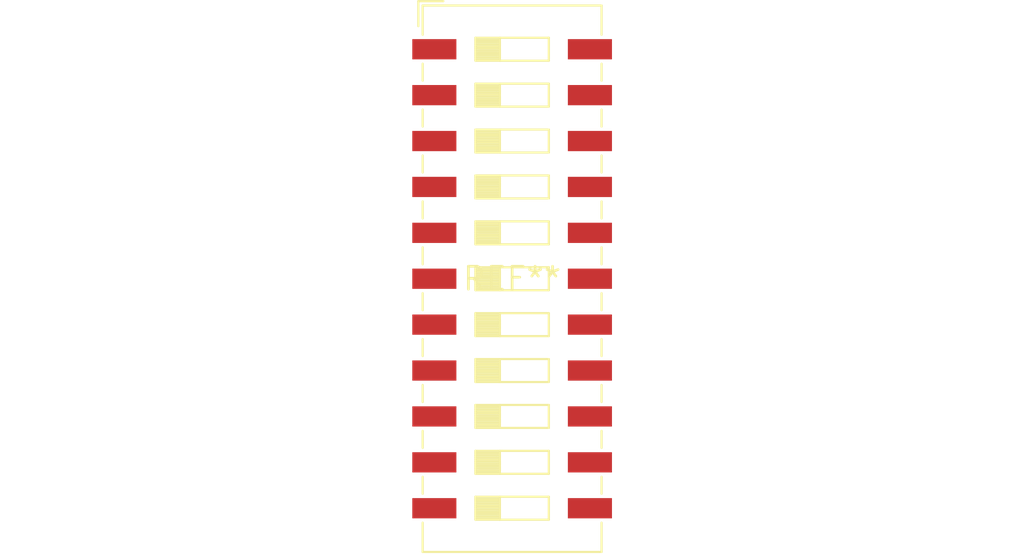
<source format=kicad_pcb>
(kicad_pcb (version 20240108) (generator pcbnew)
  (layers (0 "F.Cu" signal) (31 "B.Cu" signal) (34 "B.Paste" user) (35 "F.Paste" user) (36 "B.SilkS" user "B.Silkscreen") (37 "F.SilkS" user "F.Silkscreen") (38 "B.Mask" user) (39 "F.Mask" user) (44 "Edge.Cuts" user))
  (net 0 "")
  (footprint "SW_DIP_SPSTx11_Slide_9.78x30.12mm_W8.61mm_P2.54mm" (layer "F.Cu") (at 0 0)
    (property "Reference" "REF**")
    (property "Value" "SW_DIP_SPSTx11_Slide_9.78x30.12mm_W8.61mm_P2.54mm")
    (fp_line (start -5.19 -15.36) (end -5.19 -13.977) (layer "F.SilkS") (stroke (width 0.12)))
    (fp_line (start -5.19 -15.36) (end -3.806 -15.36) (layer "F.SilkS") (stroke (width 0.12)))
    (fp_line (start -4.95 -15.12) (end -4.95 -13.5) (layer "F.SilkS") (stroke (width 0.12)))
    (fp_line (start -4.95 -15.12) (end 4.95 -15.12) (layer "F.SilkS") (stroke (width 0.12)))
    (fp_line (start -4.95 -11.9) (end -4.95 -10.96) (layer "F.SilkS") (stroke (width 0.12)))
    (fp_line (start -4.95 -9.36) (end -4.95 -8.42) (layer "F.SilkS") (stroke (width 0.12)))
    (fp_line (start -4.95 -6.82) (end -4.95 -5.88) (layer "F.SilkS") (stroke (width 0.12)))
    (fp_line (start -4.95 -4.28) (end -4.95 -3.34) (layer "F.SilkS") (stroke (width 0.12)))
    (fp_line (start -4.95 -1.74) (end -4.95 -0.8) (layer "F.SilkS") (stroke (width 0.12)))
    (fp_line (start -4.95 0.8) (end -4.95 1.74) (layer "F.SilkS") (stroke (width 0.12)))
    (fp_line (start -4.95 3.34) (end -4.95 4.28) (layer "F.SilkS") (stroke (width 0.12)))
    (fp_line (start -4.95 5.88) (end -4.95 6.82) (layer "F.SilkS") (stroke (width 0.12)))
    (fp_line (start -4.95 8.42) (end -4.95 9.36) (layer "F.SilkS") (stroke (width 0.12)))
    (fp_line (start -4.95 10.96) (end -4.95 11.9) (layer "F.SilkS") (stroke (width 0.12)))
    (fp_line (start -4.95 13.5) (end -4.95 15.12) (layer "F.SilkS") (stroke (width 0.12)))
    (fp_line (start -4.95 15.12) (end 4.95 15.12) (layer "F.SilkS") (stroke (width 0.12)))
    (fp_line (start -2.03 -13.335) (end -2.03 -12.065) (layer "F.SilkS") (stroke (width 0.12)))
    (fp_line (start -2.03 -13.215) (end -0.676667 -13.215) (layer "F.SilkS") (stroke (width 0.12)))
    (fp_line (start -2.03 -13.095) (end -0.676667 -13.095) (layer "F.SilkS") (stroke (width 0.12)))
    (fp_line (start -2.03 -12.975) (end -0.676667 -12.975) (layer "F.SilkS") (stroke (width 0.12)))
    (fp_line (start -2.03 -12.855) (end -0.676667 -12.855) (layer "F.SilkS") (stroke (width 0.12)))
    (fp_line (start -2.03 -12.735) (end -0.676667 -12.735) (layer "F.SilkS") (stroke (width 0.12)))
    (fp_line (start -2.03 -12.615) (end -0.676667 -12.615) (layer "F.SilkS") (stroke (width 0.12)))
    (fp_line (start -2.03 -12.495) (end -0.676667 -12.495) (layer "F.SilkS") (stroke (width 0.12)))
    (fp_line (start -2.03 -12.375) (end -0.676667 -12.375) (layer "F.SilkS") (stroke (width 0.12)))
    (fp_line (start -2.03 -12.255) (end -0.676667 -12.255) (layer "F.SilkS") (stroke (width 0.12)))
    (fp_line (start -2.03 -12.135) (end -0.676667 -12.135) (layer "F.SilkS") (stroke (width 0.12)))
    (fp_line (start -2.03 -12.065) (end 2.03 -12.065) (layer "F.SilkS") (stroke (width 0.12)))
    (fp_line (start -2.03 -10.795) (end -2.03 -9.525) (layer "F.SilkS") (stroke (width 0.12)))
    (fp_line (start -2.03 -10.675) (end -0.676667 -10.675) (layer "F.SilkS") (stroke (width 0.12)))
    (fp_line (start -2.03 -10.555) (end -0.676667 -10.555) (layer "F.SilkS") (stroke (width 0.12)))
    (fp_line (start -2.03 -10.435) (end -0.676667 -10.435) (layer "F.SilkS") (stroke (width 0.12)))
    (fp_line (start -2.03 -10.315) (end -0.676667 -10.315) (layer "F.SilkS") (stroke (width 0.12)))
    (fp_line (start -2.03 -10.195) (end -0.676667 -10.195) (layer "F.SilkS") (stroke (width 0.12)))
    (fp_line (start -2.03 -10.075) (end -0.676667 -10.075) (layer "F.SilkS") (stroke (width 0.12)))
    (fp_line (start -2.03 -9.955) (end -0.676667 -9.955) (layer "F.SilkS") (stroke (width 0.12)))
    (fp_line (start -2.03 -9.835) (end -0.676667 -9.835) (layer "F.SilkS") (stroke (width 0.12)))
    (fp_line (start -2.03 -9.715) (end -0.676667 -9.715) (layer "F.SilkS") (stroke (width 0.12)))
    (fp_line (start -2.03 -9.595) (end -0.676667 -9.595) (layer "F.SilkS") (stroke (width 0.12)))
    (fp_line (start -2.03 -9.525) (end 2.03 -9.525) (layer "F.SilkS") (stroke (width 0.12)))
    (fp_line (start -2.03 -8.255) (end -2.03 -6.985) (layer "F.SilkS") (stroke (width 0.12)))
    (fp_line (start -2.03 -8.135) (end -0.676667 -8.135) (layer "F.SilkS") (stroke (width 0.12)))
    (fp_line (start -2.03 -8.015) (end -0.676667 -8.015) (layer "F.SilkS") (stroke (width 0.12)))
    (fp_line (start -2.03 -7.895) (end -0.676667 -7.895) (layer "F.SilkS") (stroke (width 0.12)))
    (fp_line (start -2.03 -7.775) (end -0.676667 -7.775) (layer "F.SilkS") (stroke (width 0.12)))
    (fp_line (start -2.03 -7.655) (end -0.676667 -7.655) (layer "F.SilkS") (stroke (width 0.12)))
    (fp_line (start -2.03 -7.535) (end -0.676667 -7.535) (layer "F.SilkS") (stroke (width 0.12)))
    (fp_line (start -2.03 -7.415) (end -0.676667 -7.415) (layer "F.SilkS") (stroke (width 0.12)))
    (fp_line (start -2.03 -7.295) (end -0.676667 -7.295) (layer "F.SilkS") (stroke (width 0.12)))
    (fp_line (start -2.03 -7.175) (end -0.676667 -7.175) (layer "F.SilkS") (stroke (width 0.12)))
    (fp_line (start -2.03 -7.055) (end -0.676667 -7.055) (layer "F.SilkS") (stroke (width 0.12)))
    (fp_line (start -2.03 -6.985) (end 2.03 -6.985) (layer "F.SilkS") (stroke (width 0.12)))
    (fp_line (start -2.03 -5.715) (end -2.03 -4.445) (layer "F.SilkS") (stroke (width 0.12)))
    (fp_line (start -2.03 -5.595) (end -0.676667 -5.595) (layer "F.SilkS") (stroke (width 0.12)))
    (fp_line (start -2.03 -5.475) (end -0.676667 -5.475) (layer "F.SilkS") (stroke (width 0.12)))
    (fp_line (start -2.03 -5.355) (end -0.676667 -5.355) (layer "F.SilkS") (stroke (width 0.12)))
    (fp_line (start -2.03 -5.235) (end -0.676667 -5.235) (layer "F.SilkS") (stroke (width 0.12)))
    (fp_line (start -2.03 -5.115) (end -0.676667 -5.115) (layer "F.SilkS") (stroke (width 0.12)))
    (fp_line (start -2.03 -4.995) (end -0.676667 -4.995) (layer "F.SilkS") (stroke (width 0.12)))
    (fp_line (start -2.03 -4.875) (end -0.676667 -4.875) (layer "F.SilkS") (stroke (width 0.12)))
    (fp_line (start -2.03 -4.755) (end -0.676667 -4.755) (layer "F.SilkS") (stroke (width 0.12)))
    (fp_line (start -2.03 -4.635) (end -0.676667 -4.635) (layer "F.SilkS") (stroke (width 0.12)))
    (fp_line (start -2.03 -4.515) (end -0.676667 -4.515) (layer "F.SilkS") (stroke (width 0.12)))
    (fp_line (start -2.03 -4.445) (end 2.03 -4.445) (layer "F.SilkS") (stroke (width 0.12)))
    (fp_line (start -2.03 -3.175) (end -2.03 -1.905) (layer "F.SilkS") (stroke (width 0.12)))
    (fp_line (start -2.03 -3.055) (end -0.676667 -3.055) (layer "F.SilkS") (stroke (width 0.12)))
    (fp_line (start -2.03 -2.935) (end -0.676667 -2.935) (layer "F.SilkS") (stroke (width 0.12)))
    (fp_line (start -2.03 -2.815) (end -0.676667 -2.815) (layer "F.SilkS") (stroke (width 0.12)))
    (fp_line (start -2.03 -2.695) (end -0.676667 -2.695) (layer "F.SilkS") (stroke (width 0.12)))
    (fp_line (start -2.03 -2.575) (end -0.676667 -2.575) (layer "F.SilkS") (stroke (width 0.12)))
    (fp_line (start -2.03 -2.455) (end -0.676667 -2.455) (layer "F.SilkS") (stroke (width 0.12)))
    (fp_line (start -2.03 -2.335) (end -0.676667 -2.335) (layer "F.SilkS") (stroke (width 0.12)))
    (fp_line (start -2.03 -2.215) (end -0.676667 -2.215) (layer "F.SilkS") (stroke (width 0.12)))
    (fp_line (start -2.03 -2.095) (end -0.676667 -2.095) (layer "F.SilkS") (stroke (width 0.12)))
    (fp_line (start -2.03 -1.975) (end -0.676667 -1.975) (layer "F.SilkS") (stroke (width 0.12)))
    (fp_line (start -2.03 -1.905) (end 2.03 -1.905) (layer "F.SilkS") (stroke (width 0.12)))
    (fp_line (start -2.03 -0.635) (end -2.03 0.635) (layer "F.SilkS") (stroke (width 0.12)))
    (fp_line (start -2.03 -0.515) (end -0.676667 -0.515) (layer "F.SilkS") (stroke (width 0.12)))
    (fp_line (start -2.03 -0.395) (end -0.676667 -0.395) (layer "F.SilkS") (stroke (width 0.12)))
    (fp_line (start -2.03 -0.275) (end -0.676667 -0.275) (layer "F.SilkS") (stroke (width 0.12)))
    (fp_line (start -2.03 -0.155) (end -0.676667 -0.155) (layer "F.SilkS") (stroke (width 0.12)))
    (fp_line (start -2.03 -0.035) (end -0.676667 -0.035) (layer "F.SilkS") (stroke (width 0.12)))
    (fp_line (start -2.03 0.085) (end -0.676667 0.085) (layer "F.SilkS") (stroke (width 0.12)))
    (fp_line (start -2.03 0.205) (end -0.676667 0.205) (layer "F.SilkS") (stroke (width 0.12)))
    (fp_line (start -2.03 0.325) (end -0.676667 0.325) (layer "F.SilkS") (stroke (width 0.12)))
    (fp_line (start -2.03 0.445) (end -0.676667 0.445) (layer "F.SilkS") (stroke (width 0.12)))
    (fp_line (start -2.03 0.565) (end -0.676667 0.565) (layer "F.SilkS") (stroke (width 0.12)))
    (fp_line (start -2.03 0.635) (end 2.03 0.635) (layer "F.SilkS") (stroke (width 0.12)))
    (fp_line (start -2.03 1.905) (end -2.03 3.175) (layer "F.SilkS") (stroke (width 0.12)))
    (fp_line (start -2.03 2.025) (end -0.676667 2.025) (layer "F.SilkS") (stroke (width 0.12)))
    (fp_line (start -2.03 2.145) (end -0.676667 2.145) (layer "F.SilkS") (stroke (width 0.12)))
    (fp_line (start -2.03 2.265) (end -0.676667 2.265) (layer "F.SilkS") (stroke (width 0.12)))
    (fp_line (start -2.03 2.385) (end -0.676667 2.385) (layer "F.SilkS") (stroke (width 0.12)))
    (fp_line (start -2.03 2.505) (end -0.676667 2.505) (layer "F.SilkS") (stroke (width 0.12)))
    (fp_line (start -2.03 2.625) (end -0.676667 2.625) (layer "F.SilkS") (stroke (width 0.12)))
    (fp_line (start -2.03 2.745) (end -0.676667 2.745) (layer "F.SilkS") (stroke (width 0.12)))
    (fp_line (start -2.03 2.865) (end -0.676667 2.865) (layer "F.SilkS") (stroke (width 0.12)))
    (fp_line (start -2.03 2.985) (end -0.676667 2.985) (layer "F.SilkS") (stroke (width 0.12)))
    (fp_line (start -2.03 3.105) (end -0.676667 3.105) (layer "F.SilkS") (stroke (width 0.12)))
    (fp_line (start -2.03 3.175) (end 2.03 3.175) (layer "F.SilkS") (stroke (width 0.12)))
    (fp_line (start -2.03 4.445) (end -2.03 5.715) (layer "F.SilkS") (stroke (width 0.12)))
    (fp_line (start -2.03 4.565) (end -0.676667 4.565) (layer "F.SilkS") (stroke (width 0.12)))
    (fp_line (start -2.03 4.685) (end -0.676667 4.685) (layer "F.SilkS") (stroke (width 0.12)))
    (fp_line (start -2.03 4.805) (end -0.676667 4.805) (layer "F.SilkS") (stroke (width 0.12)))
    (fp_line (start -2.03 4.925) (end -0.676667 4.925) (layer "F.SilkS") (stroke (width 0.12)))
    (fp_line (start -2.03 5.045) (end -0.676667 5.045) (layer "F.SilkS") (stroke (width 0.12)))
    (fp_line (start -2.03 5.165) (end -0.676667 5.165) (layer "F.SilkS") (stroke (width 0.12)))
    (fp_line (start -2.03 5.285) (end -0.676667 5.285) (layer "F.SilkS") (stroke (width 0.12)))
    (fp_line (start -2.03 5.405) (end -0.676667 5.405) (layer "F.SilkS") (stroke (width 0.12)))
    (fp_line (start -2.03 5.525) (end -0.676667 5.525) (layer "F.SilkS") (stroke (width 0.12)))
    (fp_line (start -2.03 5.645) (end -0.676667 5.645) (layer "F.SilkS") (stroke (width 0.12)))
    (fp_line (start -2.03 5.715) (end 2.03 5.715) (layer "F.SilkS") (stroke (width 0.12)))
    (fp_line (start -2.03 6.985) (end -2.03 8.255) (layer "F.SilkS") (stroke (width 0.12)))
    (fp_line (start -2.03 7.105) (end -0.676667 7.105) (layer "F.SilkS") (stroke (width 0.12)))
    (fp_line (start -2.03 7.225) (end -0.676667 7.225) (layer "F.SilkS") (stroke (width 0.12)))
    (fp_line (start -2.03 7.345) (end -0.676667 7.345) (layer "F.SilkS") (stroke (width 0.12)))
    (fp_line (start -2.03 7.465) (end -0.676667 7.465) (layer "F.SilkS") (stroke (width 0.12)))
    (fp_line (start -2.03 7.585) (end -0.676667 7.585) (layer "F.SilkS") (stroke (width 0.12)))
    (fp_line (start -2.03 7.705) (end -0.676667 7.705) (layer "F.SilkS") (stroke (width 0.12)))
    (fp_line (start -2.03 7.825) (end -0.676667 7.825) (layer "F.SilkS") (stroke (width 0.12)))
    (fp_line (start -2.03 7.945) (end -0.676667 7.945) (layer "F.SilkS") (stroke (width 0.12)))
    (fp_line (start -2.03 8.065) (end -0.676667 8.065) (layer "F.SilkS") (stroke (width 0.12)))
    (fp_line (start -2.03 8.185) (end -0.676667 8.185) (layer "F.SilkS") (stroke (width 0.12)))
    (fp_line (start -2.03 8.255) (end 2.03 8.255) (layer "F.SilkS") (stroke (width 0.12)))
    (fp_line (start -2.03 9.525) (end -2.03 10.795) (layer "F.SilkS") (stroke (width 0.12)))
    (fp_line (start -2.03 9.645) (end -0.676667 9.645) (layer "F.SilkS") (stroke (width 0.12)))
    (fp_line (start -2.03 9.765) (end -0.676667 9.765) (layer "F.SilkS") (stroke (width 0.12)))
    (fp_line (start -2.03 9.885) (end -0.676667 9.885) (layer "F.SilkS") (stroke (width 0.12)))
    (fp_line (start -2.03 10.005) (end -0.676667 10.005) (layer "F.SilkS") (stroke (width 0.12)))
    (fp_line (start -2.03 10.125) (end -0.676667 10.125) (layer "F.SilkS") (stroke (width 0.12)))
    (fp_line (start -2.03 10.245) (end -0.676667 10.245) (layer "F.SilkS") (stroke (width 0.12)))
    (fp_line (start -2.03 10.365) (end -0.676667 10.365) (layer "F.SilkS") (stroke (width 0.12)))
    (fp_line (start -2.03 10.485) (end -0.676667 10.485) (layer "F.SilkS") (stroke (width 0.12)))
    (fp_line (start -2.03 10.605) (end -0.676667 10.605) (layer "F.SilkS") (stroke (width 0.12)))
    (fp_line (start -2.03 10.725) (end -0.676667 10.725) (layer "F.SilkS") (stroke (width 0.12)))
    (fp_line (start -2.03 10.795) (end 2.03 10.795) (layer "F.SilkS") (stroke (width 0.12)))
    (fp_line (start -2.03 12.065) (end -2.03 13.335) (layer "F.SilkS") (stroke (width 0.12)))
    (fp_line (start -2.03 12.185) (end -0.676667 12.185) (layer "F.SilkS") (stroke (width 0.12)))
    (fp_line (start -2.03 12.305) (end -0.676667 12.305) (layer "F.SilkS") (stroke (width 0.12)))
    (fp_line (start -2.03 12.425) (end -0.676667 12.425) (layer "F.SilkS") (stroke (width 0.12)))
    (fp_line (start -2.03 12.545) (end -0.676667 12.545) (layer "F.SilkS") (stroke (width 0.12)))
    (fp_line (start -2.03 12.665) (end -0.676667 12.665) (layer "F.SilkS") (stroke (width 0.12)))
    (fp_line (start -2.03 12.785) (end -0.676667 12.785) (layer "F.SilkS") (stroke (width 0.12)))
    (fp_line (start -2.03 12.905) (end -0.676667 12.905) (layer "F.SilkS") (stroke (width 0.12)))
    (fp_line (start -2.03 13.025) (end -0.676667 13.025) (layer "F.SilkS") (stroke (width 0.12)))
    (fp_line (start -2.03 13.145) (end -0.676667 13.145) (layer "F.SilkS") (stroke (width 0.12)))
    (fp_line (start -2.03 13.265) (end -0.676667 13.265) (layer "F.SilkS") (stroke (width 0.12)))
    (fp_line (start -2.03 13.335) (end 2.03 13.335) (layer "F.SilkS") (stroke (width 0.12)))
    (fp_line (start -0.676667 -13.335) (end -0.676667 -12.065) (layer "F.SilkS") (stroke (width 0.12)))
    (fp_line (start -0.676667 -10.795) (end -0.676667 -9.525) (layer "F.SilkS") (stroke (width 0.12)))
    (fp_line (start -0.676667 -8.255) (end -0.676667 -6.985) (layer "F.SilkS") (stroke (width 0.12)))
    (fp_line (start -0.676667 -5.715) (end -0.676667 -4.445) (layer "F.SilkS") (stroke (width 0.12)))
    (fp_line (start -0.676667 -3.175) (end -0.676667 -1.905) (layer "F.SilkS") (stroke (width 0.12)))
    (fp_line (start -0.676667 -0.635) (end -0.676667 0.635) (layer "F.SilkS") (stroke (width 0.12)))
    (fp_line (start -0.676667 1.905) (end -0.676667 3.175) (layer "F.SilkS") (stroke (width 0.12)))
    (fp_line (start -0.676667 4.445) (end -0.676667 5.715) (layer "F.SilkS") (stroke (width 0.12)))
    (fp_line (start -0.676667 6.985) (end -0.676667 8.255) (layer "F.SilkS") (stroke (width 0.12)))
    (fp_line (start -0.676667 9.525) (end -0.676667 10.795) (layer "F.SilkS") (stroke (width 0.12)))
    (fp_line (start -0.676667 12.065) (end -0.676667 13.335) (layer "F.SilkS") (stroke (width 0.12)))
    (fp_line (start 2.03 -13.335) (end -2.03 -13.335) (layer "F.SilkS") (stroke (width 0.12)))
    (fp_line (start 2.03 -12.065) (end 2.03 -13.335) (layer "F.SilkS") (stroke (width 0.12)))
    (fp_line (start 2.03 -10.795) (end -2.03 -10.795) (layer "F.SilkS") (stroke (width 0.12)))
    (fp_line (start 2.03 -9.525) (end 2.03 -10.795) (layer "F.SilkS") (stroke (width 0.12)))
    (fp_line (start 2.03 -8.255) (end -2.03 -8.255) (layer "F.SilkS") (stroke (width 0.12)))
    (fp_line (start 2.03 -6.985) (end 2.03 -8.255) (layer "F.SilkS") (stroke (width 0.12)))
    (fp_line (start 2.03 -5.715) (end -2.03 -5.715) (layer "F.SilkS") (stroke (width 0.12)))
    (fp_line (start 2.03 -4.445) (end 2.03 -5.715) (layer "F.SilkS") (stroke (width 0.12)))
    (fp_line (start 2.03 -3.175) (end -2.03 -3.175) (layer "F.SilkS") (stroke (width 0.12)))
    (fp_line (start 2.03 -1.905) (end 2.03 -3.175) (layer "F.SilkS") (stroke (width 0.12)))
    (fp_line (start 2.03 -0.635) (end -2.03 -0.635) (layer "F.SilkS") (stroke (width 0.12)))
    (fp_line (start 2.03 0.635) (end 2.03 -0.635) (layer "F.SilkS") (stroke (width 0.12)))
    (fp_line (start 2.03 1.905) (end -2.03 1.905) (layer "F.SilkS") (stroke (width 0.12)))
    (fp_line (start 2.03 3.175) (end 2.03 1.905) (layer "F.SilkS") (stroke (width 0.12)))
    (fp_line (start 2.03 4.445) (end -2.03 4.445) (layer "F.SilkS") (stroke (width 0.12)))
    (fp_line (start 2.03 5.715) (end 2.03 4.445) (layer "F.SilkS") (stroke (width 0.12)))
    (fp_line (start 2.03 6.985) (end -2.03 6.985) (layer "F.SilkS") (stroke (width 0.12)))
    (fp_line (start 2.03 8.255) (end 2.03 6.985) (layer "F.SilkS") (stroke (width 0.12)))
    (fp_line (start 2.03 9.525) (end -2.03 9.525) (layer "F.SilkS") (stroke (width 0.12)))
    (fp_line (start 2.03 10.795) (end 2.03 9.525) (layer "F.SilkS") (stroke (width 0.12)))
    (fp_line (start 2.03 12.065) (end -2.03 12.065) (layer "F.SilkS") (stroke (width 0.12)))
    (fp_line (start 2.03 13.335) (end 2.03 12.065) (layer "F.SilkS") (stroke (width 0.12)))
    (fp_line (start 4.95 -15.12) (end 4.95 -13.5) (layer "F.SilkS") (stroke (width 0.12)))
    (fp_line (start 4.95 -11.899) (end 4.95 -10.959) (layer "F.SilkS") (stroke (width 0.12)))
    (fp_line (start 4.95 -9.359) (end 4.95 -8.419) (layer "F.SilkS") (stroke (width 0.12)))
    (fp_line (start 4.95 -6.819) (end 4.95 -5.879) (layer "F.SilkS") (stroke (width 0.12)))
    (fp_line (start 4.95 -4.279) (end 4.95 -3.339) (layer "F.SilkS") (stroke (width 0.12)))
    (fp_line (start 4.95 -1.739) (end 4.95 -0.799) (layer "F.SilkS") (stroke (width 0.12)))
    (fp_line (start 4.95 0.801) (end 4.95 1.741) (layer "F.SilkS") (stroke (width 0.12)))
    (fp_line (start 4.95 3.341) (end 4.95 4.28) (layer "F.SilkS") (stroke (width 0.12)))
    (fp_line (start 4.95 5.88) (end 4.95 6.82) (layer "F.SilkS") (stroke (width 0.12)))
    (fp_line (start 4.95 8.42) (end 4.95 9.36) (layer "F.SilkS") (stroke (width 0.12)))
    (fp_line (start 4.95 10.96) (end 4.95 11.9) (layer "F.SilkS") (stroke (width 0.12)))
    (fp_line (start 4.95 13.5) (end 4.95 15.12) (layer "F.SilkS") (stroke (width 0.12)))
    (pad "1" smd rect (at -4.305 -12.7) (size 2.44 1.12) (layers "F.Cu" "F.Paste" "F.Mask"))
    (pad "2" smd rect (at -4.305 -10.16) (size 2.44 1.12) (layers "F.Cu" "F.Paste" "F.Mask"))
    (pad "3" smd rect (at -4.305 -7.62) (size 2.44 1.12) (layers "F.Cu" "F.Paste" "F.Mask"))
    (pad "4" smd rect (at -4.305 -5.08) (size 2.44 1.12) (layers "F.Cu" "F.Paste" "F.Mask"))
    (pad "5" smd rect (at -4.305 -2.54) (size 2.44 1.12) (layers "F.Cu" "F.Paste" "F.Mask"))
    (pad "6" smd rect (at -4.305 0) (size 2.44 1.12) (layers "F.Cu" "F.Paste" "F.Mask"))
    (pad "7" smd rect (at -4.305 2.54) (size 2.44 1.12) (layers "F.Cu" "F.Paste" "F.Mask"))
    (pad "8" smd rect (at -4.305 5.08) (size 2.44 1.12) (layers "F.Cu" "F.Paste" "F.Mask"))
    (pad "9" smd rect (at -4.305 7.62) (size 2.44 1.12) (layers "F.Cu" "F.Paste" "F.Mask"))
    (pad "10" smd rect (at -4.305 10.16) (size 2.44 1.12) (layers "F.Cu" "F.Paste" "F.Mask"))
    (pad "11" smd rect (at -4.305 12.7) (size 2.44 1.12) (layers "F.Cu" "F.Paste" "F.Mask"))
    (pad "12" smd rect (at 4.305 12.7) (size 2.44 1.12) (layers "F.Cu" "F.Paste" "F.Mask"))
    (pad "13" smd rect (at 4.305 10.16) (size 2.44 1.12) (layers "F.Cu" "F.Paste" "F.Mask"))
    (pad "14" smd rect (at 4.305 7.62) (size 2.44 1.12) (layers "F.Cu" "F.Paste" "F.Mask"))
    (pad "15" smd rect (at 4.305 5.08) (size 2.44 1.12) (layers "F.Cu" "F.Paste" "F.Mask"))
    (pad "16" smd rect (at 4.305 2.54) (size 2.44 1.12) (layers "F.Cu" "F.Paste" "F.Mask"))
    (pad "17" smd rect (at 4.305 0) (size 2.44 1.12) (layers "F.Cu" "F.Paste" "F.Mask"))
    (pad "18" smd rect (at 4.305 -2.54) (size 2.44 1.12) (layers "F.Cu" "F.Paste" "F.Mask"))
    (pad "19" smd rect (at 4.305 -5.08) (size 2.44 1.12) (layers "F.Cu" "F.Paste" "F.Mask"))
    (pad "20" smd rect (at 4.305 -7.62) (size 2.44 1.12) (layers "F.Cu" "F.Paste" "F.Mask"))
    (pad "21" smd rect (at 4.305 -10.16) (size 2.44 1.12) (layers "F.Cu" "F.Paste" "F.Mask"))
    (pad "22" smd rect (at 4.305 -12.7) (size 2.44 1.12) (layers "F.Cu" "F.Paste" "F.Mask"))
  )
)
</source>
